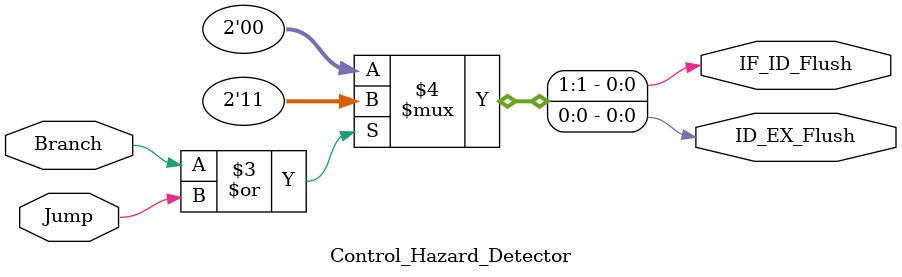
<source format=v>
module Control_Hazard_Detector( Branch , Jump , IF_ID_Flush , ID_EX_Flush );

input Branch;
input Jump;

output IF_ID_Flush;
output ID_EX_Flush;

assign { IF_ID_Flush , ID_EX_Flush } = ( Branch == 1'b1 | Jump == 1'b1) ? 2'b11 : 2'b00;


endmodule

</source>
